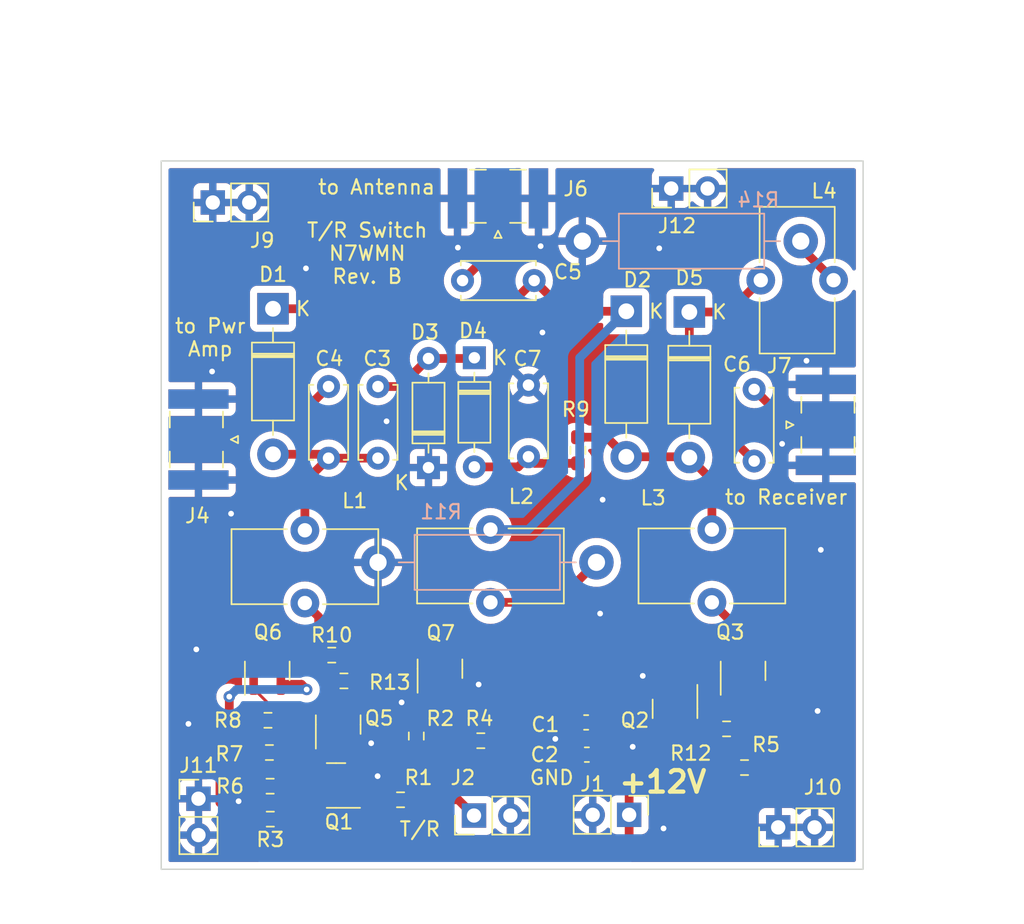
<source format=kicad_pcb>
(kicad_pcb (version 20211014) (generator pcbnew)
  (layers (0 "F.Cu" signal) (31 "B.Cu" signal) (34 "B.Paste" user) (35 "F.Paste" user) (36 "B.SilkS" user "B.Silkscreen") (37 "F.SilkS" user "F.Silkscreen") (38 "B.Mask" user) (39 "F.Mask" user) (44 "Edge.Cuts" user))
  (net 0 "")
  (net 1 "/VDD12")
  (net 2 "GND")
  (net 3 "Net-(C3-Pad1)")
  (net 4 "Net-(C4-Pad1)")
  (net 5 "Net-(C5-Pad1)")
  (net 6 "Net-(C5-Pad2)")
  (net 7 "Net-(C6-Pad1)")
  (net 8 "Net-(C6-Pad2)")
  (net 9 "Net-(J2-Pad1)")
  (net 10 "Net-(L2-Pad2)")
  (net 11 "Net-(Q1-Pad1)")
  (net 12 "Net-(Q1-Pad3)")
  (net 13 "Net-(Q2-Pad1)")
  (net 14 "Net-(Q2-Pad3)")
  (net 15 "Net-(Q5-Pad1)")
  (net 16 "Net-(Q5-Pad3)")
  (net 17 "Net-(Q7-Pad3)")
  (net 18 "Net-(Q3-Pad1)")
  (net 19 "Net-(Q6-Pad1)")
  (net 20 "Net-(C3-Pad2)")
  (net 21 "Net-(C7-Pad2)")
  (net 22 "Net-(L1-Pad1)")
  (net 23 "Net-(L3-Pad1)")
  (net 24 "Net-(D2-Pad2)")
  (net 25 "Net-(L4-Pad2)")
  (footprint "Diode_THT:D_DO-41_SOD81_P10.16mm_Horizontal" (layer "F.Cu") (at 111.7 71.795 -90)
    (fp_text reference "D2" (at -2.195 -0.775 180) (layer "F.SilkS"))
    (fp_text value "1N4007")
    (fp_text user "K" (at 0 -2.1 180) (layer "F.SilkS"))
    (pad "1" thru_hole rect (at 0 0 270) (size 2.2 2.2) (drill 1.1) (layers *.Cu *.Mask) (net 5 "Net-(C5-Pad1)"))
    (pad "2" thru_hole oval (at 10.16 0 270) (size 2.2 2.2) (drill 1.1) (layers *.Cu *.Mask) (net 24 "Net-(D2-Pad2)"))
  )
  (footprint "Capacitor_THT:C_Disc_D5.0mm_W2.5mm_P5.00mm" (layer "F.Cu") (at 90.925 77.05 -90)
    (fp_text reference "C4" (at -1.95 -0.05 180) (layer "F.SilkS"))
    (fp_text value "0.1uF")
    (pad "1" thru_hole circle (at 0 0 270) (size 1.6 1.6) (drill 0.8) (layers *.Cu *.Mask) (net 4 "Net-(C4-Pad1)"))
    (pad "2" thru_hole circle (at 5 0 270) (size 1.6 1.6) (drill 0.8) (layers *.Cu *.Mask) (net 3 "Net-(C3-Pad1)"))
  )
  (footprint "Diode_THT:D_DO-35_SOD27_P7.62mm_Horizontal" (layer "F.Cu") (at 97.9 82.71 90)
    (fp_text reference "D3" (at 9.46 -0.25 180) (layer "F.SilkS"))
    (fp_text value "1N914")
    (fp_text user "K" (at -1.065 -1.875 180) (layer "F.SilkS"))
    (pad "1" thru_hole rect (at 0 0 90) (size 1.6 1.6) (drill 0.8) (layers *.Cu *.Mask) (net 2 "GND"))
    (pad "2" thru_hole oval (at 7.62 0 90) (size 1.6 1.6) (drill 0.8) (layers *.Cu *.Mask) (net 20 "Net-(C3-Pad2)"))
  )
  (footprint "Capacitor_THT:C_Disc_D5.0mm_W2.5mm_P5.00mm" (layer "F.Cu") (at 105.275 69.65 180)
    (fp_text reference "C5" (at -2.35 0.6 180) (layer "F.SilkS"))
    (fp_text value "0.1uF")
    (pad "1" thru_hole circle (at 0 0 180) (size 1.6 1.6) (drill 0.8) (layers *.Cu *.Mask) (net 5 "Net-(C5-Pad1)"))
    (pad "2" thru_hole circle (at 5 0 180) (size 1.6 1.6) (drill 0.8) (layers *.Cu *.Mask) (net 6 "Net-(C5-Pad2)"))
  )
  (footprint "Capacitor_SMD:C_0603_1608Metric_Pad1.08x0.95mm_HandSolder" (layer "F.Cu") (at 108.95 102.75 180)
    (fp_text reference "C2" (at 2.95 0) (layer "F.SilkS"))
    (fp_text value "0.1uF")
    (pad "1" smd roundrect (at -0.8625 0 180) (size 1.075 0.95) (layers "F.Cu" "F.Paste" "F.Mask") (net 1 "/VDD12"))
    (pad "2" smd roundrect (at 0.8625 0 180) (size 1.075 0.95) (layers "F.Cu" "F.Paste" "F.Mask") (net 2 "GND"))
  )
  (footprint "Inductor_THT:L_Toroid_Vertical_L10.0mm_W5.0mm_P5.08mm" (layer "F.Cu") (at 102.225 87.035)
    (fp_text reference "L2" (at 2.15 -2.31) (layer "F.SilkS"))
    (fp_text value "L")
    (pad "1" thru_hole circle (at 0 0) (size 2 2) (drill 1) (layers *.Cu *.Mask) (net 5 "Net-(C5-Pad1)"))
    (pad "2" thru_hole circle (at 0 5.08) (size 2 2) (drill 1) (layers *.Cu *.Mask) (net 10 "Net-(L2-Pad2)"))
  )
  (footprint "Connector_Coaxial:SMA_Samtec_SMA-J-P-X-ST-EM1_EdgeMount" (layer "F.Cu") (at 81.85 80.75 -90)
    (fp_text reference "J4" (at 5.325 0.075 180) (layer "F.SilkS"))
    (fp_text value "Conn_Coaxial")
    (pad "1" smd rect (at 0 0.2 270) (size 1.27 3.6) (layers "F.Cu" "F.Paste" "F.Mask") (net 4 "Net-(C4-Pad1)"))
    (pad "2" smd rect (at 2.825 0 270) (size 1.35 4.2) (layers "B.Cu" "B.Paste" "B.Mask") (net 2 "GND"))
    (pad "2" smd rect (at -2.825 0 270) (size 1.35 4.2) (layers "F.Cu" "F.Paste" "F.Mask") (net 2 "GND"))
    (pad "2" smd rect (at -2.825 0 270) (size 1.35 4.2) (layers "B.Cu" "B.Paste" "B.Mask") (net 2 "GND"))
    (pad "2" smd rect (at 2.825 0 270) (size 1.35 4.2) (layers "F.Cu" "F.Paste" "F.Mask") (net 2 "GND"))
  )
  (footprint "Resistor_SMD:R_0603_1608Metric_Pad0.98x0.95mm_HandSolder" (layer "F.Cu") (at 95.95 105.9 180)
    (fp_text reference "R1" (at -1.25 1.55) (layer "F.SilkS"))
    (fp_text value "1K")
    (pad "1" smd roundrect (at -0.9125 0 180) (size 0.975 0.95) (layers "F.Cu" "F.Paste" "F.Mask") (net 9 "Net-(J2-Pad1)"))
    (pad "2" smd roundrect (at 0.9125 0 180) (size 0.975 0.95) (layers "F.Cu" "F.Paste" "F.Mask") (net 11 "Net-(Q1-Pad1)"))
  )
  (footprint "Connector_PinHeader_2.54mm:PinHeader_1x02_P2.54mm_Vertical" (layer "F.Cu") (at 82.85 64.2 90)
    (fp_text reference "J9" (at -2.65 3.45 180) (layer "F.SilkS"))
    (fp_text value "Conn_01x02_Male")
    (pad "1" thru_hole rect (at 0 0 90) (size 1.7 1.7) (drill 1) (layers *.Cu *.Mask) (net 2 "GND"))
    (pad "2" thru_hole oval (at 0 2.54 90) (size 1.7 1.7) (drill 1) (layers *.Cu *.Mask) (net 2 "GND"))
  )
  (footprint "Inductor_THT:L_Toroid_Vertical_L10.0mm_W5.0mm_P5.08mm" (layer "F.Cu") (at 117.675 92.115 180)
    (fp_text reference "L3" (at 4.1 7.29) (layer "F.SilkS"))
    (fp_text value "L")
    (pad "1" thru_hole circle (at 0 0 180) (size 2 2) (drill 1) (layers *.Cu *.Mask) (net 23 "Net-(L3-Pad1)"))
    (pad "2" thru_hole circle (at 0 5.08 180) (size 2 2) (drill 1) (layers *.Cu *.Mask) (net 24 "Net-(D2-Pad2)"))
  )
  (footprint "Connector_PinHeader_2.54mm:PinHeader_1x02_P2.54mm_Vertical" (layer "F.Cu") (at 101.075 107 90)
    (fp_text reference "J2" (at 2.65 -0.775 180) (layer "F.SilkS"))
    (fp_text value "Conn_01x02")
    (pad "1" thru_hole rect (at 0 0 90) (size 1.7 1.7) (drill 1) (layers *.Cu *.Mask) (net 9 "Net-(J2-Pad1)"))
    (pad "2" thru_hole oval (at 0 2.54 90) (size 1.7 1.7) (drill 1) (layers *.Cu *.Mask) (net 2 "GND"))
  )
  (footprint "Connector_Coaxial:SMA_Samtec_SMA-J-P-X-ST-EM1_EdgeMount" (layer "F.Cu") (at 102.75 63.9125 180)
    (fp_text reference "J6" (at -5.425 0.6625) (layer "F.SilkS"))
    (fp_text value "Conn_Coaxial")
    (pad "1" smd rect (at 0 0.2 180) (size 1.27 3.6) (layers "F.Cu" "F.Paste" "F.Mask") (net 6 "Net-(C5-Pad2)"))
    (pad "2" smd rect (at -2.825 0 180) (size 1.35 4.2) (layers "B.Cu" "B.Paste" "B.Mask") (net 2 "GND"))
    (pad "2" smd rect (at -2.825 0 180) (size 1.35 4.2) (layers "F.Cu" "F.Paste" "F.Mask") (net 2 "GND"))
    (pad "2" smd rect (at 2.825 0 180) (size 1.35 4.2) (layers "F.Cu" "F.Paste" "F.Mask") (net 2 "GND"))
    (pad "2" smd rect (at 2.825 0 180) (size 1.35 4.2) (layers "B.Cu" "B.Paste" "B.Mask") (net 2 "GND"))
  )
  (footprint "Inductor_THT:L_Toroid_Vertical_L10.0mm_W5.0mm_P5.08mm" (layer "F.Cu") (at 89.275 92.165 180)
    (fp_text reference "L1" (at -3.475 7.14) (layer "F.SilkS"))
    (fp_text value "L")
    (pad "1" thru_hole circle (at 0 0 180) (size 2 2) (drill 1) (layers *.Cu *.Mask) (net 22 "Net-(L1-Pad1)"))
    (pad "2" thru_hole circle (at 0 5.08 180) (size 2 2) (drill 1) (layers *.Cu *.Mask) (net 3 "Net-(C3-Pad1)"))
  )
  (footprint "Capacitor_THT:C_Disc_D5.0mm_W2.5mm_P5.00mm" (layer "F.Cu") (at 104.875 76.95 -90)
    (fp_text reference "C7" (at -1.85 0.075) (layer "F.SilkS"))
    (fp_text value "0.1uF")
    (pad "1" thru_hole circle (at 0 0 270) (size 1.6 1.6) (drill 0.8) (layers *.Cu *.Mask) (net 2 "GND"))
    (pad "2" thru_hole circle (at 5 0 270) (size 1.6 1.6) (drill 0.8) (layers *.Cu *.Mask) (net 21 "Net-(C7-Pad2)"))
  )
  (footprint "Resistor_SMD:R_0603_1608Metric_Pad0.98x0.95mm_HandSolder" (layer "F.Cu") (at 92 97.6 180)
    (fp_text reference "R13" (at -3.2 -0.1 180) (layer "F.SilkS"))
    (fp_text value "10K")
    (pad "1" smd roundrect (at -0.9125 0 180) (size 0.975 0.95) (layers "F.Cu" "F.Paste" "F.Mask") (net 16 "Net-(Q5-Pad3)"))
    (pad "2" smd roundrect (at 0.9125 0 180) (size 0.975 0.95) (layers "F.Cu" "F.Paste" "F.Mask") (net 19 "Net-(Q6-Pad1)"))
  )
  (footprint "Package_TO_SOT_SMD:SOT-23" (layer "F.Cu") (at 119.85 96.9 90)
    (fp_text reference "Q3" (at 2.7 -0.9 180) (layer "F.SilkS"))
    (fp_text value "BSS84")
    (pad "1" smd roundrect (at -0.9375 -0.95 90) (size 1.475 0.6) (layers "F.Cu" "F.Paste" "F.Mask") (net 18 "Net-(Q3-Pad1)"))
    (pad "2" smd roundrect (at -0.9375 0.95 90) (size 1.475 0.6) (layers "F.Cu" "F.Paste" "F.Mask") (net 1 "/VDD12"))
    (pad "3" smd roundrect (at 0.9375 0 90) (size 1.475 0.6) (layers "F.Cu" "F.Paste" "F.Mask") (net 23 "Net-(L3-Pad1)"))
  )
  (footprint "Diode_THT:D_DO-35_SOD27_P7.62mm_Horizontal" (layer "F.Cu") (at 101.1 75.04 -90)
    (fp_text reference "D4" (at -1.89 0.1 180) (layer "F.SilkS"))
    (fp_text value "1N914")
    (fp_text user "K" (at 0 -1.8 180) (layer "F.SilkS"))
    (pad "1" thru_hole rect (at 0 0 270) (size 1.6 1.6) (drill 0.8) (layers *.Cu *.Mask) (net 20 "Net-(C3-Pad2)"))
    (pad "2" thru_hole oval (at 7.62 0 270) (size 1.6 1.6) (drill 0.8) (layers *.Cu *.Mask) (net 21 "Net-(C7-Pad2)"))
  )
  (footprint "Resistor_SMD:R_0603_1608Metric_Pad0.98x0.95mm_HandSolder" (layer "F.Cu") (at 118.7 100.95)
    (fp_text reference "R12" (at -2.5 1.7) (layer "F.SilkS"))
    (fp_text value "10K")
    (pad "1" smd roundrect (at -0.9125 0) (size 0.975 0.95) (layers "F.Cu" "F.Paste" "F.Mask") (net 14 "Net-(Q2-Pad3)"))
    (pad "2" smd roundrect (at 0.9125 0) (size 0.975 0.95) (layers "F.Cu" "F.Paste" "F.Mask") (net 18 "Net-(Q3-Pad1)"))
  )
  (footprint "Resistor_SMD:R_0603_1608Metric_Pad0.98x0.95mm_HandSolder" (layer "F.Cu") (at 86.8 102.6)
    (fp_text reference "R7" (at -2.8 0.1) (layer "F.SilkS"))
    (fp_text value "1K")
    (pad "1" smd roundrect (at -0.9125 0) (size 0.975 0.95) (layers "F.Cu" "F.Paste" "F.Mask") (net 12 "Net-(Q1-Pad3)"))
    (pad "2" smd roundrect (at 0.9125 0) (size 0.975 0.95) (layers "F.Cu" "F.Paste" "F.Mask") (net 15 "Net-(Q5-Pad1)"))
  )
  (footprint "Capacitor_SMD:C_0603_1608Metric_Pad1.08x0.95mm_HandSolder" (layer "F.Cu") (at 108.9 100.5 180)
    (fp_text reference "C1" (at 2.85 -0.15) (layer "F.SilkS"))
    (fp_text value "1uF")
    (pad "1" smd roundrect (at -0.8625 0 180) (size 1.075 0.95) (layers "F.Cu" "F.Paste" "F.Mask") (net 1 "/VDD12"))
    (pad "2" smd roundrect (at 0.8625 0 180) (size 1.075 0.95) (layers "F.Cu" "F.Paste" "F.Mask") (net 2 "GND"))
  )
  (footprint "Package_TO_SOT_SMD:SOT-23" (layer "F.Cu") (at 86.65 96.9 90)
    (fp_text reference "Q6" (at 2.7 0.05 180) (layer "F.SilkS"))
    (fp_text value "BSS84")
    (pad "1" smd roundrect (at -0.9375 -0.95 90) (size 1.475 0.6) (layers "F.Cu" "F.Paste" "F.Mask") (net 19 "Net-(Q6-Pad1)"))
    (pad "2" smd roundrect (at -0.9375 0.95 90) (size 1.475 0.6) (layers "F.Cu" "F.Paste" "F.Mask") (net 1 "/VDD12"))
    (pad "3" smd roundrect (at 0.9375 0 90) (size 1.475 0.6) (layers "F.Cu" "F.Paste" "F.Mask") (net 22 "Net-(L1-Pad1)"))
  )
  (footprint "Resistor_SMD:R_0603_1608Metric_Pad0.98x0.95mm_HandSolder" (layer "F.Cu") (at 91.15 95.8 180)
    (fp_text reference "R10" (at 0 1.4) (layer "F.SilkS"))
    (fp_text value "0")
    (pad "1" smd roundrect (at -0.9125 0 180) (size 0.975 0.95) (layers "F.Cu" "F.Paste" "F.Mask") (net 17 "Net-(Q7-Pad3)"))
    (pad "2" smd roundrect (at 0.9125 0 180) (size 0.975 0.95) (layers "F.Cu" "F.Paste" "F.Mask") (net 22 "Net-(L1-Pad1)"))
  )
  (footprint "Diode_THT:D_DO-41_SOD81_P10.16mm_Horizontal" (layer "F.Cu") (at 87.05 71.62 -90)
    (fp_text reference "D1" (at -2.395 0 180) (layer "F.SilkS"))
    (fp_text value "1N4007")
    (fp_text user "K" (at 0 -2.1 180) (layer "F.SilkS"))
    (pad "1" thru_hole rect (at 0 0 270) (size 2.2 2.2) (drill 1.1) (layers *.Cu *.Mask) (net 5 "Net-(C5-Pad1)"))
    (pad "2" thru_hole oval (at 10.16 0 270) (size 2.2 2.2) (drill 1.1) (layers *.Cu *.Mask) (net 3 "Net-(C3-Pad1)"))
  )
  (footprint "Connector_PinHeader_2.54mm:PinHeader_1x02_P2.54mm_Vertical" (layer "F.Cu") (at 111.9 106.95 -90)
    (fp_text reference "J1" (at -2.15 2.55 180) (layer "F.SilkS"))
    (fp_text value "Conn_01x02")
    (pad "1" thru_hole rect (at 0 0 270) (size 1.7 1.7) (drill 1) (layers *.Cu *.Mask) (net 1 "/VDD12"))
    (pad "2" thru_hole oval (at 0 2.54 270) (size 1.7 1.7) (drill 1) (layers *.Cu *.Mask) (net 2 "GND"))
  )
  (footprint "Connector_PinHeader_2.54mm:PinHeader_1x02_P2.54mm_Vertical" (layer "F.Cu") (at 122.3 107.825 90)
    (fp_text reference "J10" (at 2.8 3.125 180) (layer "F.SilkS"))
    (fp_text value "Conn_01x02_Male")
    (pad "1" thru_hole rect (at 0 0 90) (size 1.7 1.7) (drill 1) (layers *.Cu *.Mask) (net 2 "GND"))
    (pad "2" thru_hole oval (at 0 2.54 90) (size 1.7 1.7) (drill 1) (layers *.Cu *.Mask) (net 2 "GND"))
  )
  (footprint "Resistor_SMD:R_0603_1608Metric_Pad0.98x0.95mm_HandSolder" (layer "F.Cu") (at 119.95 103.65 180)
    (fp_text reference "R5" (at -1.5 1.6) (layer "F.SilkS"))
    (fp_text value "4.7K")
    (pad "1" smd roundrect (at -0.9125 0 180) (size 0.975 0.95) (layers "F.Cu" "F.Paste" "F.Mask") (net 1 "/VDD12"))
    (pad "2" smd roundrect (at 0.9125 0 180) (size 0.975 0.95) (layers "F.Cu" "F.Paste" "F.Mask") (net 18 "Net-(Q3-Pad1)"))
  )
  (footprint "Resistor_SMD:R_0603_1608Metric_Pad0.98x0.95mm_HandSolder" (layer "F.Cu") (at 101.55 101.775)
    (fp_text reference "R4" (at -0.1 -1.55) (layer "F.SilkS"))
    (fp_text value "1K")
    (pad "1" smd roundrect (at -0.9125 0) (size 0.975 0.95) (layers "F.Cu" "F.Paste" "F.Mask") (net 9 "Net-(J2-Pad1)"))
    (pad "2" smd roundrect (at 0.9125 0) (size 0.975 0.95) (layers "F.Cu" "F.Paste" "F.Mask") (net 13 "Net-(Q2-Pad1)"))
  )
  (footprint "Resistor_SMD:R_0603_1608Metric_Pad0.98x0.95mm_HandSolder" (layer "F.Cu") (at 86.7 100.35)
    (fp_text reference "R8" (at -2.8 0) (layer "F.SilkS"))
    (fp_text value "4.7K")
    (pad "1" smd roundrect (at -0.9125 0) (size 0.975 0.95) (layers "F.Cu" "F.Paste" "F.Mask") (net 1 "/VDD12"))
    (pad "2" smd roundrect (at 0.9125 0) (size 0.975 0.95) (layers "F.Cu" "F.Paste" "F.Mask") (net 19 "Net-(Q6-Pad1)"))
  )
  (footprint "Resistor_SMD:R_0603_1608Metric_Pad0.98x0.95mm_HandSolder" (layer "F.Cu") (at 97.05 101.45 -90)
    (fp_text reference "R2" (at -1.225 -1.675 180) (layer "F.SilkS"))
    (fp_text value "4.7K")
    (pad "1" smd roundrect (at -0.9125 0 270) (size 0.975 0.95) (layers "F.Cu" "F.Paste" "F.Mask") (net 2 "GND"))
    (pad "2" smd roundrect (at 0.9125 0 270) (size 0.975 0.95) (layers "F.Cu" "F.Paste" "F.Mask") (net 9 "Net-(J2-Pad1)"))
  )
  (footprint "Connector_PinHeader_2.54mm:PinHeader_1x02_P2.54mm_Vertical" (layer "F.Cu") (at 81.85 105.825)
    (fp_text reference "J11" (at 0 -2.33) (layer "F.SilkS"))
    (fp_text value "Conn_01x02_Male")
    (pad "1" thru_hole rect (at 0 0) (size 1.7 1.7) (drill 1) (layers *.Cu *.Mask) (net 2 "GND"))
    (pad "2" thru_hole oval (at 0 2.54) (size 1.7 1.7) (drill 1) (layers *.Cu *.Mask) (net 2 "GND"))
  )
  (footprint "Capacitor_THT:C_Disc_D5.0mm_W2.5mm_P5.00mm" (layer "F.Cu") (at 120.625 82.25 90)
    (fp_text reference "C6" (at 6.75 -1.2 180) (layer "F.SilkS"))
    (fp_text value "0.1uF")
    (pad "1" thru_hole circle (at 0 0 90) (size 1.6 1.6) (drill 0.8) (layers *.Cu *.Mask) (net 7 "Net-(C6-Pad1)"))
    (pad "2" thru_hole circle (at 5 0 90) (size 1.6 1.6) (drill 0.8) (layers *.Cu *.Mask) (net 8 "Net-(C6-Pad2)"))
  )
  (footprint "Package_TO_SOT_SMD:SOT-23" (layer "F.Cu") (at 98.7 96.75 90)
    (fp_text reference "Q7" (at 2.5 0.05 180) (layer "F.SilkS"))
    (fp_text value "BSS138")
    (pad "1" smd roundrect (at -0.9375 -0.95 90) (size 1.475 0.6) (layers "F.Cu" "F.Paste" "F.Mask") (net 16 "Net-(Q5-Pad3)"))
    (pad "2" smd roundrect (at -0.9375 0.95 90) (size 1.475 0.6) (layers "F.Cu" "F.Paste" "F.Mask") (net 2 "GND"))
    (pad "3" smd roundrect (at 0.9375 0 90) (size 1.475 0.6) (layers "F.Cu" "F.Paste" "F.Mask") (net 17 "Net-(Q7-Pad3)"))
  )
  (footprint "Connector_Coaxial:SMA_Samtec_SMA-J-P-X-ST-EM1_EdgeMount" (layer "F.Cu") (at 125.625 79.725 90)
    (fp_text reference "J7" (at 4.125 -3.25 180) (layer "F.SilkS"))
    (fp_text value "Conn_Coaxial")
    (pad "1" smd rect (at 0 0.2 90) (size 1.27 3.6) (layers "F.Cu" "F.Paste" "F.Mask") (net 8 "Net-(C6-Pad2)"))
    (pad "2" smd rect (at -2.825 0 90) (size 1.35 4.2) (layers "B.Cu" "B.Paste" "B.Mask") (net 2 "GND"))
    (pad "2" smd rect (at -2.825 0 90) (size 1.35 4.2) (layers "F.Cu" "F.Paste" "F.Mask") (net 2 "GND"))
    (pad "2" smd rect (at 2.825 0 90) (size 1.35 4.2) (layers "B.Cu" "B.Paste" "B.Mask") (net 2 "GND"))
    (pad "2" smd rect (at 2.825 0 90) (size 1.35 4.2) (layers "F.Cu" "F.Paste" "F.Mask") (net 2 "GND"))
  )
  (footprint "Diode_THT:D_DO-41_SOD81_P10.16mm_Horizontal" (layer "F.Cu") (at 116.1 71.845 -90)
    (fp_text reference "D5" (at -2.395 0 180) (layer "F.SilkS"))
    (fp_text value "1N4007")
    (fp_text user "K" (at 0 -2.1 180) (layer "F.SilkS"))
    (pad "1" thru_hole rect (at 0 0 270) (size 2.2 2.2) (drill 1.1) (layers *.Cu *.Mask) (net 7 "Net-(C6-Pad1)"))
    (pad "2" thru_hole oval (at 10.16 0 270) (size 2.2 2.2) (drill 1.1) (layers *.Cu *.Mask) (net 24 "Net-(D2-Pad2)"))
  )
  (footprint "Package_TO_SOT_SMD:SOT-23" (layer "F.Cu") (at 91.6 100.65 90)
    (fp_text reference "Q5" (at 0.45 2.85 180) (layer "F.SilkS"))
    (fp_text value "MMBT3904")
    (pad "1" smd roundrect (at -0.9375 -0.95 90) (size 1.475 0.6) (layers "F.Cu" "F.Paste" "F.Mask") (net 15 "Net-(Q5-Pad1)"))
    (pad "2" smd roundrect (at -0.9375 0.95 90) (size 1.475 0.6) (layers "F.Cu" "F.Paste" "F.Mask") (net 2 "GND"))
    (pad "3" smd roundrect (at 0.9375 0 90) (size 1.475 0.6) (layers "F.Cu" "F.Paste" "F.Mask") (net 16 "Net-(Q5-Pad3)"))
  )
  (footprint "Resistor_SMD:R_0603_1608Metric_Pad0.98x0.95mm_HandSolder" (layer "F.Cu") (at 108.325 81.5 90)
    (fp_text reference "R9" (at 2.85 -0.15 180) (layer "F.SilkS"))
    (fp_text value "47K")
    (pad "1" smd roundrect (at -0.9125 0 90) (size 0.975 0.95) (layers "F.Cu" "F.Paste" "F.Mask") (net 21 "Net-(C7-Pad2)"))
    (pad "2" smd roundrect (at 0.9125 0 90) (size 0.975 0.95) (layers "F.Cu" "F.Paste" "F.Mask") (net 24 "Net-(D2-Pad2)"))
  )
  (footprint "Package_TO_SOT_SMD:SOT-23" (layer "F.Cu") (at 91.45 104.9 180)
    (fp_text reference "Q1" (at -0.2 -2.55) (layer "F.SilkS"))
    (fp_text value "MMBT3904")
    (pad "1" smd roundrect (at -0.9375 -0.95 180) (size 1.475 0.6) (layers "F.Cu" "F.Paste" "F.Mask") (net 11 "Net-(Q1-Pad1)"))
    (pad "2" smd roundrect (at -0.9375 0.95 180) (size 1.475 0.6) (layers "F.Cu" "F.Paste" "F.Mask") (net 2 "GND"))
    (pad "3" smd roundrect (at 0.9375 0 180) (size 1.475 0.6) (layers "F.Cu" "F.Paste" "F.Mask") (net 12 "Net-(Q1-Pad3)"))
  )
  (footprint "Resistor_SMD:R_0603_1608Metric_Pad0.98x0.95mm_HandSolder" (layer "F.Cu") (at 86.85 104.95)
    (fp_text reference "R6" (at -2.8 0) (layer "F.SilkS"))
    (fp_text value "4.7K")
    (pad "1" smd roundrect (at -0.9125 0) (size 0.975 0.95) (layers "F.Cu" "F.Paste" "F.Mask") (net 2 "GND"))
    (pad "2" smd roundrect (at 0.9125 0) (size 0.975 0.95) (layers "F.Cu" "F.Paste" "F.Mask") (net 12 "Net-(Q1-Pad3)"))
  )
  (footprint "Resistor_SMD:R_0603_1608Metric_Pad0.98x0.95mm_HandSolder" (layer "F.Cu") (at 86.8625 107.25 180)
    (fp_text reference "R3" (at 0 -1.43) (layer "F.SilkS"))
    (fp_text value "4.7K")
    (pad "1" smd roundrect (at -0.9125 0 180) (size 0.975 0.95) (layers "F.Cu" "F.Paste" "F.Mask") (net 12 "Net-(Q1-Pad3)"))
    (pad "2" smd roundrect (at 0.9125 0 180) (size 0.975 0.95) (layers "F.Cu" "F.Paste" "F.Mask") (net 1 "/VDD12"))
  )
  (footprint "Inductor_THT:L_Toroid_Vertical_L10.0mm_W5.0mm_P5.08mm" (layer "F.Cu") (at 121.085 69.625 90)
    (fp_text reference "L4" (at 6.225 4.415 180) (layer "F.SilkS"))
    (fp_text value "L")
    (pad "1" thru_hole circle (at 0 0 90) (size 2 2) (drill 1) (layers *.Cu *.Mask) (net 7 "Net-(C6-Pad1)"))
    (pad "2" thru_hole circle (at 0 5.08 90) (size 2 2) (drill 1) (layers *.Cu *.Mask) (net 25 "Net-(L4-Pad2)"))
  )
  (footprint "Package_TO_SOT_SMD:SOT-23" (layer "F.Cu") (at 115.1 99.55 -90)
    (fp_text reference "Q2" (at 0.8 2.8 180) (layer "F.SilkS"))
    (fp_text value "MMBT3904")
    (pad "1" smd roundrect (at -0.9375 -0.95 270) (size 1.475 0.6) (layers "F.Cu" "F.Paste" "F.Mask") (net 13 "Net-(Q2-Pad1)"))
    (pad "2" smd roundrect (at -0.9375 0.95 270) (size 1.475 0.6) (layers "F.Cu" "F.Paste" "F.Mask") (net 2 "GND"))
    (pad "3" smd roundrect (at 0.9375 0 270) (size 1.475 0.6) (layers "F.Cu" "F.Paste" "F.Mask") (net 14 "Net-(Q2-Pad3)"))
  )
  (footprint "Connector_PinHeader_2.54mm:PinHeader_1x02_P2.54mm_Vertical" (layer "F.Cu") (at 114.835 63.225 90)
    (fp_text reference "J12" (at -2.6 0.4 180) (layer "F.SilkS"))
    (fp_text value "Conn_01x02_Male")
    (pad "1" thru_hole rect (at 0 0 90) (size 1.7 1.7) (drill 1) (layers *.Cu *.Mask) (net 2 "GND"))
    (pad "2" thru_hole oval (at 0 2.54 90) (size 1.7 1.7) (drill 1) (layers *.Cu *.Mask) (net 2 "GND"))
  )
  (footprint "Capacitor_THT:C_Disc_D5.0mm_W2.5mm_P5.00mm" (layer "F.Cu") (at 94.375 82.05 90)
    (fp_text reference "C3" (at 6.95 -0.05 180) (layer "F.SilkS"))
    (fp_text value "15pF")
    (pad "1" thru_hole circle (at 0 0 90) (size 1.6 1.6) (drill 0.8) (layers *.Cu *.Mask) (net 3 "Net-(C3-Pad1)"))
    (pad "2" thru_hole circle (at 5 0 90) (size 1.6 1.6) (drill 0.8) (layers *.Cu *.Mask) (net 20 "Net-(C3-Pad2)"))
  )
  (footprint "Resistor_THT:R_Axial_DIN0411_L9.9mm_D3.6mm_P15.24mm_Horizontal" (layer "B.Cu") (at 123.875 66.9 180)
    (fp_text reference "R14" (at 2.95 2.875 180) (layer "B.SilkS") (effects (justify mirror)))
    (fp_text value "560")
    (pad "1" thru_hole circle (at 0 0 180) (size 2.4 2.4) (drill 1.2) (layers *.Cu *.Mask) (net 25 "Net-(L4-Pad2)"))
    (pad "2" thru_hole oval (at 15.24 0 180) (size 2.4 2.4) (drill 1.2) (layers *.Cu *.Mask) (net 2 "GND"))
  )
  (footprint "Resistor_THT:R_Axial_DIN0411_L9.9mm_D3.6mm_P15.24mm_Horizontal" (layer "B.Cu") (at 109.62 89.325 180)
    (fp_text reference "R11" (at 10.845 3.525) (layer "B.SilkS") (effects (justify mirror)))
    (fp_text value "560")
    (pad "1" thru_hole circle (at 0 0 180) (size 2.4 2.4) (drill 1.2) (layers *.Cu *.Mask) (net 10 "Net-(L2-Pad2)"))
    (pad "2" thru_hole oval (at 15.24 0 180) (size 2.4 2.4) (drill 1.2) (layers *.Cu *.Mask) (net 2 "GND"))
  )
  (gr_rect (start 79.25 61.3) (end 128.225 110.75) (layer "Edge.Cuts") (width 0.1) (fill none))
  (gr_text "to Receiver" (at 122.85 84.775) (layer "F.SilkS") (effects (font (size 1 1))))
  (gr_text "T/R Switch\nN7WMN\nRev. B" (at 93.625 67.75) (layer "F.SilkS") (effects (font (size 1 1))))
  (gr_text "T/R" (at 97.3 107.95) (layer "F.SilkS") (effects (font (size 1 1))))
  (gr_text "+12V" (at 114.25 104.65) (layer "F.SilkS") (effects (font (size 1.5 1.5) (thickness 0.3))))
  (gr_text "to Antenna" (at 94.275 63.125) (layer "F.SilkS") (effects (font (size 1 1))))
  (gr_text "to Pwr\nAmp" (at 82.675 73.625) (layer "F.SilkS") (effects (font (size 1 1))))
  (gr_text "GND" (at 106.5 104.35) (layer "F.SilkS") (effects (font (size 1 1))))
  (segment (start 111.9 106.95) (end 111.9 109) (width 0.6096) (layer "F.Cu") (net 1))
  (segment (start 111.35 109.55) (end 86.75 109.55) (width 0.6096) (layer "F.Cu") (net 1))
  (segment (start 89.0375 97.8375) (end 89.4 98.2) (width 0.6096) (layer "F.Cu") (net 1))
  (segment (start 83.35 101.3) (end 83.35 106.1) (width 0.6096) (layer "F.Cu") (net 1))
  (segment (start 84 98.7) (end 84 100.15) (width 0.6096) (layer "F.Cu") (net 1))
  (segment (start 109.7625 100.5) (end 109.7625 102.7) (width 0.6096) (layer "F.Cu") (net 1))
  (segment (start 109.7625 102.7) (end 109.8125 102.75) (width 0.6096) (layer "F.Cu") (net 1))
  (segment (start 87.6 97.8375) (end 89.0375 97.8375) (width 0.6096) (layer "F.Cu") (net 1))
  (segment (start 84 100.15) (end 84.25 100.4) (width 0.6096) (layer "F.Cu") (net 1))
  (segment (start 111.9 109) (end 111.35 109.55) (width 0.6096) (layer "F.Cu") (net 1))
  (segment (start 85.7375 100.4) (end 85.7875 100.35) (width 0.6096) (layer "F.Cu") (net 1))
  (segment (start 120.8625 104.9875) (end 120.8625 103.65) (width 0.6096) (layer "F.Cu") (net 1))
  (segment (start 84.25 100.4) (end 85.7375 100.4) (width 0.6096) (layer "F.Cu") (net 1))
  (segment (start 120.8625 97.9) (end 120.8 97.8375) (width 0.6096) (layer "F.Cu") (net 1))
  (segment (start 111.10625 104.04375) (end 109.8125 102.75) (width 0.6096) (layer "F.Cu") (net 1))
  (segment (start 120.8625 103.65) (end 120.8625 97.9) (width 0.6096) (layer "F.Cu") (net 1))
  (segment (start 86.75 109.55) (end 85.95 108.75) (width 0.6096) (layer "F.Cu") (net 1))
  (segment (start 111.9 104.8375) (end 115.6375 104.8375) (width 0.6096) (layer "F.Cu") (net 1))
  (segment (start 83.35 106.1) (end 84.5 107.25) (width 0.6096) (layer "F.Cu") (net 1))
  (segment (start 84.5 107.25) (end 85.95 107.25) (width 0.6096) (layer "F.Cu") (net 1))
  (segment (start 120.35 105.5) (end 120.8625 104.9875) (width 0.6096) (layer "F.Cu") (net 1))
  (segment (start 85.95 108.75) (end 85.95 107.25) (width 0.6096) (layer "F.Cu") (net 1))
  (segment (start 111.9 104.8375) (end 111.10625 104.04375) (width 0.6096) (layer "F.Cu") (net 1))
  (segment (start 116.3 105.5) (end 120.35 105.5) (width 0.6096) (layer "F.Cu") (net 1))
  (segment (start 115.6375 104.8375) (end 116.3 105.5) (width 0.6096) (layer "F.Cu") (net 1))
  (segment (start 111.9 106.95) (end 111.9 104.8375) (width 0.6096) (layer "F.Cu") (net 1))
  (segment (start 84.25 100.4) (end 83.35 101.3) (width 0.6096) (layer "F.Cu") (net 1))
  (via (at 89.4 98.2) (size 0.8) (drill 0.4) (layers "F.Cu" "B.Cu") (net 1))
  (via (at 84 98.7) (size 0.8) (drill 0.4) (layers "F.Cu" "B.Cu") (net 1))
  (segment (start 89.4 98.2) (end 84.5 98.2) (width 0.6096) (layer "B.Cu") (net 1))
  (segment (start 84.5 98.2) (end 84 98.7) (width 0.6096) (layer "B.Cu") (net 1))
  (via (at 94.35 104.25) (size 0.8) (drill 0.4) (layers "F.Cu" "B.Cu") (net 2))
  (via (at 81.7 95.4) (size 0.8) (drill 0.4) (layers "F.Cu" "B.Cu") (net 2))
  (via (at 99.95 67.35) (size 0.8) (drill 0.4) (layers "F.Cu" "B.Cu") (net 2))
  (via (at 122.575 81.05) (size 0.8) (drill 0.4) (layers "F.Cu" "B.Cu") (net 2))
  (via (at 84.65 106) (size 0.8) (drill 0.4) (layers "F.Cu" "B.Cu") (net 2))
  (via (at 125.05 99.7) (size 0.8) (drill 0.4) (layers "F.Cu" "B.Cu") (net 2))
  (via (at 105.725 67.25) (size 0.8) (drill 0.4) (layers "F.Cu" "B.Cu") (net 2))
  (via (at 112.15 102.2) (size 0.8) (drill 0.4) (layers "F.Cu" "B.Cu") (net 2))
  (via (at 81.15 100.6) (size 0.8) (drill 0.4) (layers "F.Cu" "B.Cu") (net 2))
  (via (at 125.275 88.45) (size 0.8) (drill 0.4) (layers "F.Cu" "B.Cu") (net 2))
  (via (at 124.275 75.25) (size 0.8) (drill 0.4) (layers "F.Cu" "B.Cu") (net 2))
  (via (at 109.875 92.9) (size 0.8) (drill 0.4) (layers "F.Cu" "B.Cu") (net 2))
  (via (at 106.750002 101.650013) (size 0.8) (drill 0.4) (layers "F.Cu" "B.Cu") (net 2))
  (via (at 82.8 76) (size 0.8) (drill 0.4) (layers "F.Cu" "B.Cu") (net 2))
  (via (at 93.9 101.95) (size 0.8) (drill 0.4) (layers "F.Cu" "B.Cu") (net 2))
  (via (at 84.125 85.925) (size 0.8) (drill 0.4) (layers "F.Cu" "B.Cu") (net 2))
  (via (at 96.025 99.1) (size 0.8) (drill 0.4) (layers "F.Cu" "B.Cu") (net 2))
  (via (at 114.3 107.9) (size 0.8) (drill 0.4) (layers "F.Cu" "B.Cu") (net 2))
  (via (at 114 67.4) (size 0.8) (drill 0.4) (layers "F.Cu" "B.Cu") (net 2))
  (via (at 110.05 84.95) (size 0.8) (drill 0.4) (layers "F.Cu" "B.Cu") (net 2))
  (via (at 112.85 97.25) (size 0.8) (drill 0.4) (layers "F.Cu" "B.Cu") (net 2))
  (via (at 94.975 79.475) (size 0.8) (drill 0.4) (layers "F.Cu" "B.Cu") (net 2))
  (via (at 89.35 68.8) (size 0.8) (drill 0.4) (layers "F.Cu" "B.Cu") (net 2))
  (via (at 101.4 97.85) (size 0.8) (drill 0.4) (layers "F.Cu" "B.Cu") (net 2))
  (via (at 105.85 73.275) (size 0.8) (drill 0.4) (layers "F.Cu" "B.Cu") (net 2))
  (segment (start 90.655 81.78) (end 90.925 82.05) (width 0.6096) (layer "F.Cu") (net 3))
  (segment (start 87.05 81.78) (end 90.655 81.78) (width 0.6096) (layer "F.Cu") (net 3))
  (segment (start 89.275 83.7) (end 90.925 82.05) (width 0.6096) (layer "F.Cu") (net 3))
  (segment (start 90.925 82.05) (end 94.375 82.05) (width 0.6096) (layer "F.Cu") (net 3))
  (segment (start 89.275 87.085) (end 89.275 83.7) (width 0.6096) (layer "F.Cu") (net 3))
  (segment (start 83.9 80.75) (end 81.65 80.75) (width 0.6096) (layer "F.Cu") (net 4))
  (segment (start 85.725 78.925) (end 89.05 78.925) (width 0.6096) (layer "F.Cu") (net 4))
  (segment (start 89.05 78.925) (end 90.925 77.05) (width 0.6096) (layer "F.Cu") (net 4))
  (segment (start 81.75 80.85) (end 81.65 80.75) (width 0.6096) (layer "F.Cu") (net 4))
  (segment (start 83.9 80.75) (end 85.725 78.925) (width 0.6096) (layer "F.Cu") (net 4))
  (segment (start 87.05 71.62) (end 93.045 71.62) (width 0.6096) (layer "F.Cu") (net 5))
  (segment (start 93.045 71.62) (end 94.325 72.9) (width 0.6096) (layer "F.Cu") (net 5))
  (segment (start 107.42 71.795) (end 105.275 69.65) (width 0.6096) (layer "F.Cu") (net 5))
  (segment (start 94.325 72.9) (end 102.025 72.9) (width 0.6096) (layer "F.Cu") (net 5))
  (segment (start 111.7 71.795) (end 107.42 71.795) (width 0.6096) (layer "F.Cu") (net 5))
  (segment (start 102.025 72.9) (end 105.275 69.65) (width 0.6096) (layer "F.Cu") (net 5))
  (segment (start 108.45 75.045) (end 111.7 71.795) (width 0.6096) (layer "B.Cu") (net 5))
  (segment (start 102.225 87.035) (end 104.865 87.035) (width 0.6096) (layer "B.Cu") (net 5))
  (segment (start 108.45 83.45) (end 108.45 75.045) (width 0.6096) (layer "B.Cu") (net 5))
  (segment (start 104.865 87.035) (end 108.45 83.45) (width 0.6096) (layer "B.Cu") (net 5))
  (segment (start 102.75 67.175) (end 102.75 63.7125) (width 0.6096) (layer "F.Cu") (net 6))
  (segment (start 100.275 69.65) (end 102.75 67.175) (width 0.6096) (layer "F.Cu") (net 6))
  (segment (start 120.625 82.25) (end 116.1 77.725) (width 0.6096) (layer "F.Cu") (net 7))
  (segment (start 116.1 77.725) (end 116.1 71.845) (width 0.6096) (layer "F.Cu") (net 7))
  (segment (start 118.865 71.845) (end 121.085 69.625) (width 0.6096) (layer "F.Cu") (net 7))
  (segment (start 116.1 71.845) (end 118.865 71.845) (width 0.6096) (layer "F.Cu") (net 7))
  (segment (start 120.625 77.25) (end 123.1 79.725) (width 0.6096) (layer "F.Cu") (net 8))
  (segment (start 123.1 79.725) (end 125.825 79.725) (width 0.6096) (layer "F.Cu") (net 8))
  (segment (start 99.25 105.9) (end 99.975 105.9) (width 0.6096) (layer "F.Cu") (net 9))
  (segment (start 100.05 102.3625) (end 100.6375 101.775) (width 0.6096) (layer "F.Cu") (net 9))
  (segment (start 96.8625 102.55) (end 97.05 102.3625) (width 0.6096) (layer "F.Cu") (net 9))
  (segment (start 96.8625 105.9) (end 99.25 105.9) (width 0.6096) (layer "F.Cu") (net 9))
  (segment (start 96.8625 105.9) (end 96.8625 102.55) (width 0.6096) (layer "F.Cu") (net 9))
  (segment (start 97.05 102.3625) (end 100.05 102.3625) (width 0.6096) (layer "F.Cu") (net 9))
  (segment (start 99.975 105.9) (end 101.075 107) (width 0.6096) (layer "F.Cu") (net 9))
  (segment (start 102.225 92.115) (end 106.83 92.115) (width 0.6096) (layer "F.Cu") (net 10))
  (segment (start 106.83 92.115) (end 109.62 89.325) (width 0.6096) (layer "F.Cu") (net 10))
  (segment (start 94.9875 105.85) (end 95.0375 105.9) (width 0.6096) (layer "F.Cu") (net 11))
  (segment (start 92.3875 105.85) (end 94.9875 105.85) (width 0.6096) (layer "F.Cu") (net 11))
  (segment (start 90.5125 104.9) (end 87.8125 104.9) (width 0.6096) (layer "F.Cu") (net 12))
  (segment (start 85.8875 103.2875) (end 86.35 103.75) (width 0.2032) (layer "F.Cu") (net 12))
  (segment (start 85.8875 102.6) (end 85.8875 103.2875) (width 0.2032) (layer "F.Cu") (net 12))
  (segment (start 87.05 103.75) (end 87.7625 104.4625) (width 0.2032) (layer "F.Cu") (net 12))
  (segment (start 87.8125 104.9) (end 87.7625 104.95) (width 0.6096) (layer "F.Cu") (net 12))
  (segment (start 87.7625 104.4625) (end 87.7625 104.95) (width 0.2032) (layer "F.Cu") (net 12))
  (segment (start 87.775 104.9625) (end 87.7625 104.95) (width 0.6096) (layer "F.Cu") (net 12))
  (segment (start 86.35 103.75) (end 87.05 103.75) (width 0.2032) (layer "F.Cu") (net 12))
  (segment (start 87.775 107.25) (end 87.775 104.9625) (width 0.6096) (layer "F.Cu") (net 12))
  (segment (start 115.125 95.575) (end 116.05 96.5) (width 0.6096) (layer "F.Cu") (net 13))
  (segment (start 108.1 95.575) (end 115.125 95.575) (width 0.6096) (layer "F.Cu") (net 13))
  (segment (start 102.4625 101.2125) (end 108.1 95.575) (width 0.6096) (layer "F.Cu") (net 13))
  (segment (start 102.4625 101.775) (end 102.4625 101.2125) (width 0.6096) (layer "F.Cu") (net 13))
  (segment (start 116.05 96.5) (end 116.05 98.6125) (width 0.6096) (layer "F.Cu") (net 13))
  (segment (start 115.5625 100.95) (end 115.1 100.4875) (width 0.6096) (layer "F.Cu") (net 14))
  (segment (start 115.0875 100.5) (end 115.1 100.4875) (width 0.2032) (layer "F.Cu") (net 14))
  (segment (start 117.7875 100.95) (end 115.5625 100.95) (width 0.6096) (layer "F.Cu") (net 14))
  (segment (start 90.65 101.5875) (end 90.2625 101.5875) (width 0.6096) (layer "F.Cu") (net 15))
  (segment (start 90.2625 101.5875) (end 89.25 102.6) (width 0.6096) (layer "F.Cu") (net 15))
  (segment (start 89.25 102.6) (end 87.7125 102.6) (width 0.6096) (layer "F.Cu") (net 15))
  (segment (start 97.75 97.6875) (end 93 97.6875) (width 0.6096) (layer "F.Cu") (net 16))
  (segment (start 92.2875 99.7125) (end 93 99) (width 0.6096) (layer "F.Cu") (net 16))
  (segment (start 93 97.6875) (end 92.9125 97.6) (width 0.6096) (layer "F.Cu") (net 16))
  (segment (start 91.6 99.7125) (end 92.2875 99.7125) (width 0.6096) (layer "F.Cu") (net 16))
  (segment (start 93 99) (end 93 97.6875) (width 0.6096) (layer "F.Cu") (net 16))
  (segment (start 98.7 95.8125) (end 98.5 96.0125) (width 0.6096) (layer "F.Cu") (net 17))
  (segment (start 98.5 96.0125) (end 92.275 96.0125) (width 0.6096) (layer "F.Cu") (net 17))
  (segment (start 92.275 96.0125) (end 92.0625 95.8) (width 0.6096) (layer "F.Cu") (net 17))
  (segment (start 118.9 97.8375) (end 118.9 98.45) (width 0.6096) (layer "F.Cu") (net 18))
  (segment (start 119.6125 101.9375) (end 119.6125 100.95) (width 0.6096) (layer "F.Cu") (net 18))
  (segment (start 119.6125 99.1625) (end 119.6125 100.95) (width 0.6096) (layer "F.Cu") (net 18))
  (segment (start 119.0375 102.5125) (end 119.6125 101.9375) (width 0.6096) (layer "F.Cu") (net 18))
  (segment (start 119.0375 103.65) (end 119.0375 102.5125) (width 0.6096) (layer "F.Cu") (net 18))
  (segment (start 118.9 98.45) (end 119.6125 99.1625) (width 0.6096) (layer "F.Cu") (net 18))
  (segment (start 85.7 98.15) (end 87.6125 100.0625) (width 0.2032) (layer "F.Cu") (net 19))
  (segment (start 89.25 100.35) (end 90.55 99.05) (width 0.2032) (layer "F.Cu") (net 19))
  (segment (start 90.55 98.1375) (end 91.0875 97.6) (width 0.2032) (layer "F.Cu") (net 19))
  (segment (start 90.55 99.05) (end 90.55 98.1375) (width 0.2032) (layer "F.Cu") (net 19))
  (segment (start 87.6125 100.0625) (end 87.6125 100.35) (width 0.2032) (layer "F.Cu") (net 19))
  (segment (start 87.6125 100.35) (end 89.25 100.35) (width 0.2032) (layer "F.Cu") (net 19))
  (segment (start 85.7 97.8375) (end 85.7 98.15) (width 0.2032) (layer "F.Cu") (net 19))
  (segment (start 97.9 75.09) (end 101.05 75.09) (width 0.6096) (layer "F.Cu") (net 20))
  (segment (start 94.375 77.05) (end 95.94 77.05) (width 0.6096) (layer "F.Cu") (net 20))
  (segment (start 101.05 75.09) (end 101.1 75.04) (width 0.6096) (layer "F.Cu") (net 20))
  (segment (start 95.94 77.05) (end 97.9 75.09) (width 0.6096) (layer "F.Cu") (net 20))
  (segment (start 101.1 82.66) (end 104.165 82.66) (width 0.6096) (layer "F.Cu") (net 21))
  (segment (start 105.3375 82.4125) (end 104.875 81.95) (width 0.6096) (layer "F.Cu") (net 21))
  (segment (start 108.325 82.4125) (end 105.3375 82.4125) (width 0.6096) (layer "F.Cu") (net 21))
  (segment (start 104.165 82.66) (end 104.875 81.95) (width 0.6096) (layer "F.Cu") (net 21))
  (segment (start 90.2375 95.8) (end 90.2375 93.1275) (width 0.6096) (layer "F.Cu") (net 22))
  (segment (start 90.2375 93.1275) (end 89.275 92.165) (width 0.6096) (layer "F.Cu") (net 22))
  (segment (start 90.2375 95.8) (end 86.8125 95.8) (width 0.6096) (layer "F.Cu") (net 22))
  (segment (start 86.8125 95.8) (end 86.65 95.9625) (width 0.6096) (layer "F.Cu") (net 22))
  (segment (start 119.85 94.29) (end 117.675 92.115) (width 0.6096) (layer "F.Cu") (net 23))
  (segment (start 119.85 95.9625) (end 119.85 94.29) (width 0.6096) (layer "F.Cu") (net 23))
  (segment (start 117.675 83.58) (end 116.1 82.005) (width 0.6096) (layer "F.Cu") (net 24))
  (segment (start 116.05 81.955) (end 116.1 82.005) (width 0.6096) (layer "F.Cu") (net 24))
  (segment (start 110.3325 80.5875) (end 111.7 81.955) (width 0.6096) (layer "F.Cu") (net 24))
  (segment (start 108.325 80.5875) (end 110.3325 80.5875) (width 0.6096) (layer "F.Cu") (net 24))
  (segment (start 117.675 87.035) (end 117.675 83.58) (width 0.6096) (layer "F.Cu") (net 24))
  (segment (start 111.7 81.955) (end 116.05 81.955) (width 0.6096) (layer "F.Cu") (net 24))
  (segment (start 123.875 66.9) (end 123.875 67.335) (width 0.6096) (layer "F.Cu") (net 25))
  (segment (start 123.875 67.335) (end 126.165 69.625) (width 0.6096) (layer "F.Cu") (net 25))
  (zone (net 2) (net_name "GND") (layers F&B.Cu) (connect_pads (clearance 0.508)) (min_thickness 0.254) (fill yes (thermal_gap 0.508) (thermal_bridge_width 0.508))
    (polygon (pts (xy 128.225 110.75) (xy 79.25 110.75) (xy 79.25 61.3) (xy 128.225 61.3)))
  )
)
</source>
